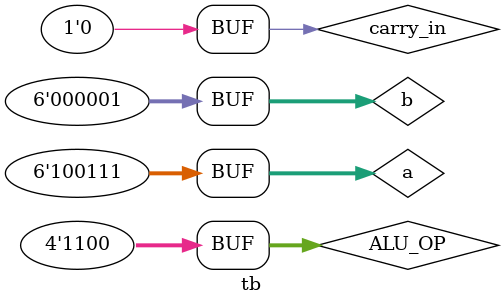
<source format=v>
module tb
();

reg [5:0]a;
reg [5:0]b;
reg carry_in;
reg [3:0] ALU_OP;
wire [5:0]result;
wire carry_out;

six_bit_ALU six_b_alu
(
.a(a),
.b(b),
.carry_in(carry_in),
.ALU_OP(ALU_OP),
.result(result),
.carry_out(carry_out)
);

initial
begin
a=6'b100111;
b=1'b010101;
ALU_OP=4'b0000;
carry_in = 1'b0;
#10
a=6'b100111;
b=1'b010101;
ALU_OP=4'b0001;
carry_in = 1'b0;
#10
a=6'b100111;
b=1'b010101;
ALU_OP=4'b0010;
carry_in = 1'b0;
#10
a=6'b100111;
b=1'b010101;
ALU_OP=4'b0110;
carry_in = 1'b0;
#10
a=6'b100111;
b=1'b010101;
ALU_OP=4'b1100;
carry_in = 1'b0;
end
initial
$monitor("result", result);

endmodule
</source>
